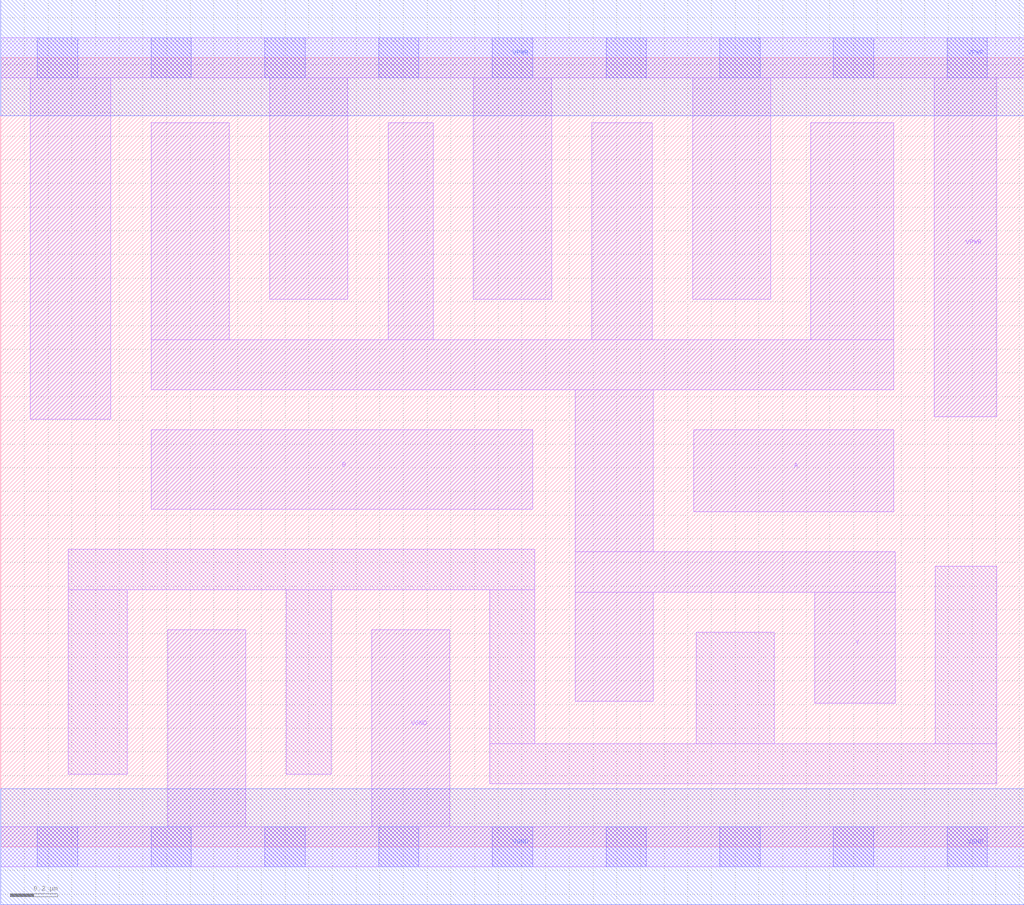
<source format=lef>
# Copyright 2020 The SkyWater PDK Authors
#
# Licensed under the Apache License, Version 2.0 (the "License");
# you may not use this file except in compliance with the License.
# You may obtain a copy of the License at
#
#     https://www.apache.org/licenses/LICENSE-2.0
#
# Unless required by applicable law or agreed to in writing, software
# distributed under the License is distributed on an "AS IS" BASIS,
# WITHOUT WARRANTIES OR CONDITIONS OF ANY KIND, either express or implied.
# See the License for the specific language governing permissions and
# limitations under the License.
#
# SPDX-License-Identifier: Apache-2.0

VERSION 5.7 ;
  NAMESCASESENSITIVE ON ;
  NOWIREEXTENSIONATPIN ON ;
  DIVIDERCHAR "/" ;
  BUSBITCHARS "[]" ;
UNITS
  DATABASE MICRONS 200 ;
END UNITS
MACRO sky130_fd_sc_lp__nand2_4
  CLASS CORE ;
  SOURCE USER ;
  FOREIGN sky130_fd_sc_lp__nand2_4 ;
  ORIGIN  0.000000  0.000000 ;
  SIZE  4.320000 BY  3.330000 ;
  SYMMETRY X Y R90 ;
  SITE unit ;
  PIN A
    ANTENNAGATEAREA  1.260000 ;
    DIRECTION INPUT ;
    USE SIGNAL ;
    PORT
      LAYER li1 ;
        RECT 2.925000 1.415000 3.770000 1.760000 ;
    END
  END A
  PIN B
    ANTENNAGATEAREA  1.260000 ;
    DIRECTION INPUT ;
    USE SIGNAL ;
    PORT
      LAYER li1 ;
        RECT 0.635000 1.425000 2.245000 1.760000 ;
    END
  END B
  PIN Y
    ANTENNADIFFAREA  1.881600 ;
    DIRECTION OUTPUT ;
    USE SIGNAL ;
    PORT
      LAYER li1 ;
        RECT 0.635000 1.930000 3.770000 2.140000 ;
        RECT 0.635000 2.140000 0.965000 3.055000 ;
        RECT 1.635000 2.140000 1.825000 3.055000 ;
        RECT 2.425000 0.615000 2.755000 1.075000 ;
        RECT 2.425000 1.075000 3.775000 1.245000 ;
        RECT 2.425000 1.245000 2.755000 1.930000 ;
        RECT 2.495000 2.140000 2.750000 3.055000 ;
        RECT 3.420000 2.140000 3.770000 3.055000 ;
        RECT 3.435000 0.605000 3.775000 1.075000 ;
    END
  END Y
  PIN VGND
    DIRECTION INOUT ;
    USE GROUND ;
    PORT
      LAYER li1 ;
        RECT 0.000000 -0.085000 4.320000 0.085000 ;
        RECT 0.705000  0.085000 1.035000 0.915000 ;
        RECT 1.565000  0.085000 1.895000 0.915000 ;
      LAYER mcon ;
        RECT 0.155000 -0.085000 0.325000 0.085000 ;
        RECT 0.635000 -0.085000 0.805000 0.085000 ;
        RECT 1.115000 -0.085000 1.285000 0.085000 ;
        RECT 1.595000 -0.085000 1.765000 0.085000 ;
        RECT 2.075000 -0.085000 2.245000 0.085000 ;
        RECT 2.555000 -0.085000 2.725000 0.085000 ;
        RECT 3.035000 -0.085000 3.205000 0.085000 ;
        RECT 3.515000 -0.085000 3.685000 0.085000 ;
        RECT 3.995000 -0.085000 4.165000 0.085000 ;
      LAYER met1 ;
        RECT 0.000000 -0.245000 4.320000 0.245000 ;
    END
  END VGND
  PIN VPWR
    DIRECTION INOUT ;
    USE POWER ;
    PORT
      LAYER li1 ;
        RECT 0.000000 3.245000 4.320000 3.415000 ;
        RECT 0.125000 1.805000 0.465000 3.245000 ;
        RECT 1.135000 2.310000 1.465000 3.245000 ;
        RECT 1.995000 2.310000 2.325000 3.245000 ;
        RECT 2.920000 2.310000 3.250000 3.245000 ;
        RECT 3.940000 1.815000 4.205000 3.245000 ;
      LAYER mcon ;
        RECT 0.155000 3.245000 0.325000 3.415000 ;
        RECT 0.635000 3.245000 0.805000 3.415000 ;
        RECT 1.115000 3.245000 1.285000 3.415000 ;
        RECT 1.595000 3.245000 1.765000 3.415000 ;
        RECT 2.075000 3.245000 2.245000 3.415000 ;
        RECT 2.555000 3.245000 2.725000 3.415000 ;
        RECT 3.035000 3.245000 3.205000 3.415000 ;
        RECT 3.515000 3.245000 3.685000 3.415000 ;
        RECT 3.995000 3.245000 4.165000 3.415000 ;
      LAYER met1 ;
        RECT 0.000000 3.085000 4.320000 3.575000 ;
    END
  END VPWR
  OBS
    LAYER li1 ;
      RECT 0.285000 0.305000 0.535000 1.085000 ;
      RECT 0.285000 1.085000 2.255000 1.255000 ;
      RECT 1.205000 0.305000 1.395000 1.085000 ;
      RECT 2.065000 0.265000 4.205000 0.435000 ;
      RECT 2.065000 0.435000 2.255000 1.085000 ;
      RECT 2.935000 0.435000 3.265000 0.905000 ;
      RECT 3.945000 0.435000 4.205000 1.185000 ;
  END
END sky130_fd_sc_lp__nand2_4

</source>
